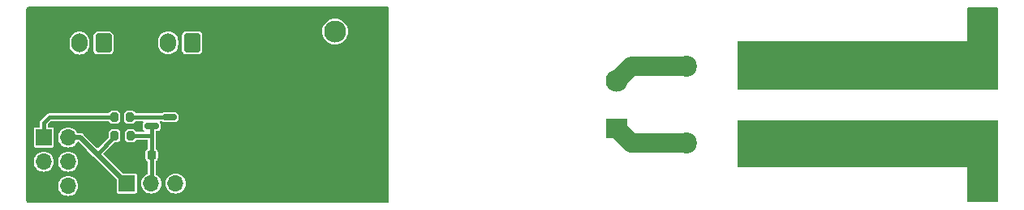
<source format=gbr>
%TF.GenerationSoftware,KiCad,Pcbnew,7.0.5-4d25ed1034~172~ubuntu22.04.1*%
%TF.CreationDate,2023-06-13T21:54:26+03:00*%
%TF.ProjectId,SolderPlate_Power,536f6c64-6572-4506-9c61-74655f506f77,1.0*%
%TF.SameCoordinates,Original*%
%TF.FileFunction,Copper,L2,Bot*%
%TF.FilePolarity,Positive*%
%FSLAX46Y46*%
G04 Gerber Fmt 4.6, Leading zero omitted, Abs format (unit mm)*
G04 Created by KiCad (PCBNEW 7.0.5-4d25ed1034~172~ubuntu22.04.1) date 2023-06-13 21:54:26*
%MOMM*%
%LPD*%
G01*
G04 APERTURE LIST*
G04 Aperture macros list*
%AMRoundRect*
0 Rectangle with rounded corners*
0 $1 Rounding radius*
0 $2 $3 $4 $5 $6 $7 $8 $9 X,Y pos of 4 corners*
0 Add a 4 corners polygon primitive as box body*
4,1,4,$2,$3,$4,$5,$6,$7,$8,$9,$2,$3,0*
0 Add four circle primitives for the rounded corners*
1,1,$1+$1,$2,$3*
1,1,$1+$1,$4,$5*
1,1,$1+$1,$6,$7*
1,1,$1+$1,$8,$9*
0 Add four rect primitives between the rounded corners*
20,1,$1+$1,$2,$3,$4,$5,0*
20,1,$1+$1,$4,$5,$6,$7,0*
20,1,$1+$1,$6,$7,$8,$9,0*
20,1,$1+$1,$8,$9,$2,$3,0*%
G04 Aperture macros list end*
%TA.AperFunction,ComponentPad*%
%ADD10C,2.600000*%
%TD*%
%TA.AperFunction,ComponentPad*%
%ADD11C,1.800000*%
%TD*%
%TA.AperFunction,ComponentPad*%
%ADD12RoundRect,0.250000X0.600000X0.750000X-0.600000X0.750000X-0.600000X-0.750000X0.600000X-0.750000X0*%
%TD*%
%TA.AperFunction,ComponentPad*%
%ADD13O,1.700000X2.000000*%
%TD*%
%TA.AperFunction,ComponentPad*%
%ADD14C,2.200000*%
%TD*%
%TA.AperFunction,ComponentPad*%
%ADD15R,1.700000X1.700000*%
%TD*%
%TA.AperFunction,ComponentPad*%
%ADD16O,1.700000X1.700000*%
%TD*%
%TA.AperFunction,ComponentPad*%
%ADD17R,2.300000X2.000000*%
%TD*%
%TA.AperFunction,ComponentPad*%
%ADD18C,2.300000*%
%TD*%
%TA.AperFunction,ComponentPad*%
%ADD19C,2.000000*%
%TD*%
%TA.AperFunction,SMDPad,CuDef*%
%ADD20RoundRect,0.225000X0.225000X0.250000X-0.225000X0.250000X-0.225000X-0.250000X0.225000X-0.250000X0*%
%TD*%
%TA.AperFunction,SMDPad,CuDef*%
%ADD21RoundRect,0.200000X0.200000X0.275000X-0.200000X0.275000X-0.200000X-0.275000X0.200000X-0.275000X0*%
%TD*%
%TA.AperFunction,SMDPad,CuDef*%
%ADD22RoundRect,0.150000X0.587500X0.150000X-0.587500X0.150000X-0.587500X-0.150000X0.587500X-0.150000X0*%
%TD*%
%TA.AperFunction,SMDPad,CuDef*%
%ADD23RoundRect,0.200000X-0.200000X-0.275000X0.200000X-0.275000X0.200000X0.275000X-0.200000X0.275000X0*%
%TD*%
%TA.AperFunction,ViaPad*%
%ADD24C,0.450000*%
%TD*%
%TA.AperFunction,Conductor*%
%ADD25C,0.500000*%
%TD*%
%TA.AperFunction,Conductor*%
%ADD26C,0.400000*%
%TD*%
%TA.AperFunction,Conductor*%
%ADD27C,2.000000*%
%TD*%
G04 APERTURE END LIST*
D10*
%TO.P,J3,1,Pin_1*%
%TO.N,Net-(J3-Pin_1)*%
X100000000Y2060000D03*
X100000000Y7140000D03*
%TD*%
D11*
%TO.P,RV1,1*%
%TO.N,Net-(J1-Pin_1)*%
X93800000Y14275000D03*
%TO.P,RV1,2*%
%TO.N,Net-(J3-Pin_1)*%
X90400000Y6775000D03*
%TD*%
D12*
%TO.P,J4,1,Pin_1*%
%TO.N,Net-(J4-Pin_1)*%
X8250000Y16975000D03*
D13*
%TO.P,J4,2,Pin_2*%
%TO.N,+5V*%
X5750000Y16975000D03*
%TD*%
D14*
%TO.P,FL2,1,1*%
%TO.N,Net-(J3-Pin_1)*%
X76100000Y6525000D03*
%TO.P,FL2,2,2*%
%TO.N,Net-(PS1-AC{slash}L)*%
X69100000Y6525000D03*
%TO.P,FL2,3,3*%
%TO.N,Net-(J1-Pin_1)*%
X76100000Y14525000D03*
%TO.P,FL2,4,4*%
%TO.N,Net-(PS1-AC{slash}N)*%
X69100000Y14525000D03*
%TD*%
D12*
%TO.P,J2,1,Pin_1*%
%TO.N,Net-(J2-Pin_1)*%
X17500000Y17000000D03*
D13*
%TO.P,J2,2,Pin_2*%
%TO.N,+5V*%
X15000000Y17000000D03*
%TD*%
D15*
%TO.P,J7,1,Pin_1*%
%TO.N,/Contrast*%
X2025000Y7080000D03*
D16*
%TO.P,J7,2,Pin_2*%
%TO.N,+5V*%
X4565000Y7080000D03*
%TO.P,J7,3,Pin_3*%
%TO.N,unconnected-(J7-Pin_3-Pad3)*%
X2025000Y4540000D03*
%TO.P,J7,4,Pin_4*%
%TO.N,/SSR*%
X4565000Y4540000D03*
%TO.P,J7,5,Pin_5*%
%TO.N,GND*%
X2025000Y2000000D03*
%TO.P,J7,6,Pin_6*%
%TO.N,/Fan_On*%
X4565000Y2000000D03*
%TD*%
D10*
%TO.P,J1,1,Pin_1*%
%TO.N,Net-(J1-Pin_1)*%
X100000000Y18940000D03*
X100000000Y13860000D03*
%TD*%
D17*
%TO.P,PS1,1,AC/L*%
%TO.N,Net-(PS1-AC{slash}L)*%
X61812500Y8000000D03*
D18*
%TO.P,PS1,2,AC/N*%
%TO.N,Net-(PS1-AC{slash}N)*%
X61812500Y13000000D03*
%TO.P,PS1,3,-Vout*%
%TO.N,GND*%
X32412500Y2800000D03*
%TO.P,PS1,4,+Vout*%
%TO.N,+5V*%
X32412500Y18200000D03*
%TD*%
D19*
%TO.P,C1,1*%
%TO.N,Net-(J3-Pin_1)*%
X83600000Y5525000D03*
%TO.P,C1,2*%
%TO.N,Net-(J1-Pin_1)*%
X83600000Y15525000D03*
%TD*%
D15*
%TO.P,J5,1,Pin_1*%
%TO.N,+5V*%
X10695000Y2250000D03*
D16*
%TO.P,J5,2,Pin_2*%
%TO.N,/LCD_V0*%
X13235000Y2250000D03*
%TO.P,J5,3,Pin_3*%
%TO.N,/LCD_BL*%
X15775000Y2250000D03*
%TO.P,J5,4,Pin_4*%
%TO.N,GND*%
X18315000Y2250000D03*
%TD*%
D20*
%TO.P,C3,1*%
%TO.N,/LCD_V0*%
X13275000Y5250000D03*
%TO.P,C3,2*%
%TO.N,GND*%
X11725000Y5250000D03*
%TD*%
D21*
%TO.P,R7,1*%
%TO.N,/LCD_V0*%
X11075000Y7250000D03*
%TO.P,R7,2*%
%TO.N,+5V*%
X9425000Y7250000D03*
%TD*%
D22*
%TO.P,Q3,1,G*%
%TO.N,Net-(Q3-G)*%
X15150000Y9200000D03*
%TO.P,Q3,2,S*%
%TO.N,GND*%
X15150000Y7300000D03*
%TO.P,Q3,3,D*%
%TO.N,/LCD_V0*%
X13275000Y8250000D03*
%TD*%
D23*
%TO.P,R6,1*%
%TO.N,/Contrast*%
X9375000Y9200000D03*
%TO.P,R6,2*%
%TO.N,Net-(Q3-G)*%
X11025000Y9200000D03*
%TD*%
D24*
%TO.N,GND*%
X33500000Y8500000D03*
X31000000Y1000000D03*
X35500000Y19500000D03*
X23000000Y18000000D03*
X22500000Y4500000D03*
X35500000Y15500000D03*
X31000000Y11000000D03*
X1500000Y12000000D03*
X31000000Y20000000D03*
X35500000Y1000000D03*
X11000000Y13000000D03*
X21500000Y16000000D03*
X27000000Y6500000D03*
X35500000Y6000000D03*
X12000000Y10500000D03*
X20500000Y6000000D03*
X31000000Y15500000D03*
X28500000Y4500000D03*
X28000000Y15500000D03*
X18500000Y4500000D03*
X23000000Y1500000D03*
X8000000Y3000000D03*
X10500000Y6000000D03*
X7000000Y1000000D03*
X20000000Y13500000D03*
X27500000Y20000000D03*
X35500000Y11000000D03*
X1500000Y16000000D03*
X22500000Y6500000D03*
X19500000Y9500000D03*
X33500000Y13500000D03*
X31000000Y6000000D03*
X11500000Y18500000D03*
X4000000Y13000000D03*
X13500000Y12000000D03*
X33500000Y5000000D03*
%TD*%
D25*
%TO.N,+5V*%
X7597500Y5347500D02*
X10695000Y2250000D01*
X5865000Y7080000D02*
X4565000Y7080000D01*
D26*
X9425000Y7175000D02*
X7597500Y5347500D01*
X9425000Y7250000D02*
X9425000Y7175000D01*
D25*
X5865000Y7080000D02*
X7597500Y5347500D01*
D27*
%TO.N,Net-(PS1-AC{slash}L)*%
X69100000Y6525000D02*
X63287500Y6525000D01*
X63287500Y6525000D02*
X61812500Y8000000D01*
%TO.N,Net-(PS1-AC{slash}N)*%
X63337500Y14525000D02*
X61812500Y13000000D01*
X69100000Y14525000D02*
X63337500Y14525000D01*
D26*
%TO.N,/LCD_V0*%
X13275000Y5250000D02*
X13275000Y2290000D01*
X13275000Y7250000D02*
X13275000Y5250000D01*
X11075000Y7250000D02*
X13275000Y7250000D01*
X13275000Y8250000D02*
X13275000Y7250000D01*
X13275000Y2290000D02*
X13235000Y2250000D01*
%TO.N,Net-(Q3-G)*%
X11025000Y9200000D02*
X15150000Y9200000D01*
%TO.N,/Contrast*%
X9375000Y9200000D02*
X2600000Y9200000D01*
X2600000Y9200000D02*
X2025000Y8625000D01*
X2025000Y8625000D02*
X2025000Y7080000D01*
%TD*%
%TA.AperFunction,Conductor*%
%TO.N,GND*%
G36*
X37955069Y20778683D02*
G01*
X37994665Y20724183D01*
X38000000Y20690500D01*
X38000000Y309500D01*
X37979183Y245431D01*
X37924683Y205835D01*
X37891000Y200500D01*
X508579Y200500D01*
X491527Y201842D01*
X424498Y212459D01*
X392067Y222997D01*
X339340Y249862D01*
X311751Y269906D01*
X269905Y311752D01*
X249862Y339340D01*
X222994Y392071D01*
X212458Y424500D01*
X211427Y431007D01*
X201842Y491529D01*
X200500Y508580D01*
X200500Y2000000D01*
X3509417Y2000000D01*
X3529700Y1794066D01*
X3589768Y1596046D01*
X3687315Y1413550D01*
X3818590Y1253590D01*
X3978550Y1122315D01*
X4161046Y1024768D01*
X4359066Y964700D01*
X4548054Y946087D01*
X4564999Y944417D01*
X4565000Y944417D01*
X4565001Y944417D01*
X4580657Y945960D01*
X4770934Y964700D01*
X4968954Y1024768D01*
X5151450Y1122315D01*
X5311410Y1253590D01*
X5442685Y1413550D01*
X5540232Y1596046D01*
X5600300Y1794066D01*
X5620583Y2000000D01*
X5600300Y2205934D01*
X5540232Y2403954D01*
X5442685Y2586450D01*
X5311410Y2746410D01*
X5151450Y2877685D01*
X4968954Y2975232D01*
X4770934Y3035300D01*
X4633644Y3048822D01*
X4565001Y3055583D01*
X4564999Y3055583D01*
X4462033Y3045442D01*
X4359066Y3035300D01*
X4161046Y2975232D01*
X4161043Y2975231D01*
X4161041Y2975230D01*
X3978555Y2877688D01*
X3978552Y2877687D01*
X3978550Y2877685D01*
X3978547Y2877684D01*
X3978549Y2877684D01*
X3818594Y2746414D01*
X3818586Y2746406D01*
X3687316Y2586451D01*
X3687312Y2586445D01*
X3589770Y2403959D01*
X3589769Y2403957D01*
X3589768Y2403954D01*
X3529700Y2205934D01*
X3509417Y2000000D01*
X200500Y2000000D01*
X200500Y4540000D01*
X969417Y4540000D01*
X989700Y4334066D01*
X1049768Y4136046D01*
X1147315Y3953550D01*
X1278590Y3793590D01*
X1438550Y3662315D01*
X1621046Y3564768D01*
X1819066Y3504700D01*
X2008054Y3486087D01*
X2024999Y3484417D01*
X2025000Y3484417D01*
X2025001Y3484417D01*
X2040657Y3485960D01*
X2230934Y3504700D01*
X2428954Y3564768D01*
X2611450Y3662315D01*
X2771410Y3793590D01*
X2902685Y3953550D01*
X3000232Y4136046D01*
X3060300Y4334066D01*
X3080583Y4540000D01*
X3509417Y4540000D01*
X3529700Y4334066D01*
X3589768Y4136046D01*
X3687315Y3953550D01*
X3818590Y3793590D01*
X3978550Y3662315D01*
X4161046Y3564768D01*
X4359066Y3504700D01*
X4548054Y3486087D01*
X4564999Y3484417D01*
X4565000Y3484417D01*
X4565001Y3484417D01*
X4580657Y3485960D01*
X4770934Y3504700D01*
X4968954Y3564768D01*
X5151450Y3662315D01*
X5311410Y3793590D01*
X5442685Y3953550D01*
X5540232Y4136046D01*
X5600300Y4334066D01*
X5620583Y4540000D01*
X5600300Y4745934D01*
X5540232Y4943954D01*
X5442685Y5126450D01*
X5311410Y5286410D01*
X5151450Y5417685D01*
X4968954Y5515232D01*
X4770934Y5575300D01*
X4633644Y5588822D01*
X4565001Y5595583D01*
X4564999Y5595583D01*
X4462033Y5585442D01*
X4359066Y5575300D01*
X4161046Y5515232D01*
X4161043Y5515231D01*
X4161041Y5515230D01*
X3978555Y5417688D01*
X3978552Y5417687D01*
X3978550Y5417685D01*
X3978547Y5417684D01*
X3978549Y5417684D01*
X3818594Y5286414D01*
X3818586Y5286406D01*
X3687316Y5126451D01*
X3687312Y5126445D01*
X3589770Y4943959D01*
X3589769Y4943957D01*
X3589768Y4943954D01*
X3529700Y4745934D01*
X3509417Y4540000D01*
X3080583Y4540000D01*
X3060300Y4745934D01*
X3000232Y4943954D01*
X2902685Y5126450D01*
X2771410Y5286410D01*
X2611450Y5417685D01*
X2428954Y5515232D01*
X2230934Y5575300D01*
X2093644Y5588822D01*
X2025001Y5595583D01*
X2024999Y5595583D01*
X1922032Y5585442D01*
X1819066Y5575300D01*
X1621046Y5515232D01*
X1621043Y5515231D01*
X1621041Y5515230D01*
X1438555Y5417688D01*
X1438552Y5417687D01*
X1438550Y5417685D01*
X1438547Y5417684D01*
X1438549Y5417684D01*
X1278594Y5286414D01*
X1278586Y5286406D01*
X1147316Y5126451D01*
X1147312Y5126445D01*
X1049770Y4943959D01*
X1049769Y4943957D01*
X1049768Y4943954D01*
X989700Y4745934D01*
X969417Y4540000D01*
X200500Y4540000D01*
X200500Y6210256D01*
X974499Y6210256D01*
X986133Y6151768D01*
X1030445Y6085451D01*
X1030450Y6085446D01*
X1096767Y6041134D01*
X1096769Y6041133D01*
X1155252Y6029500D01*
X1155255Y6029500D01*
X2894744Y6029500D01*
X2894748Y6029500D01*
X2953231Y6041133D01*
X3019552Y6085448D01*
X3063867Y6151769D01*
X3075500Y6210252D01*
X3075500Y7080000D01*
X3509417Y7080000D01*
X3529700Y6874066D01*
X3589768Y6676046D01*
X3687315Y6493550D01*
X3818590Y6333590D01*
X3978550Y6202315D01*
X4161046Y6104768D01*
X4359066Y6044700D01*
X4545638Y6026324D01*
X4564999Y6024417D01*
X4565000Y6024417D01*
X4565001Y6024417D01*
X4584362Y6026324D01*
X4770934Y6044700D01*
X4968954Y6104768D01*
X5151450Y6202315D01*
X5311410Y6333590D01*
X5442685Y6493550D01*
X5468890Y6542576D01*
X5484555Y6571882D01*
X5533116Y6618573D01*
X5580684Y6629500D01*
X5633246Y6629500D01*
X5697315Y6608683D01*
X5710321Y6597575D01*
X6554673Y5753224D01*
X7230932Y5076965D01*
X7230934Y5076962D01*
X8429681Y3878215D01*
X9612574Y2695322D01*
X9643157Y2635298D01*
X9644499Y2618247D01*
X9644499Y1380256D01*
X9656133Y1321768D01*
X9700445Y1255451D01*
X9700450Y1255446D01*
X9766767Y1211134D01*
X9766769Y1211133D01*
X9825252Y1199500D01*
X9825255Y1199500D01*
X11564744Y1199500D01*
X11564748Y1199500D01*
X11623231Y1211133D01*
X11689552Y1255448D01*
X11733867Y1321769D01*
X11745500Y1380252D01*
X11745500Y3119748D01*
X11733867Y3178231D01*
X11707520Y3217662D01*
X11689554Y3244550D01*
X11689549Y3244555D01*
X11623232Y3288867D01*
X11608610Y3291776D01*
X11564748Y3300500D01*
X11564745Y3300500D01*
X10326753Y3300500D01*
X10262684Y3321317D01*
X10249678Y3332425D01*
X8276322Y5305781D01*
X8245739Y5365805D01*
X8256277Y5432341D01*
X8276322Y5459931D01*
X9358967Y6542576D01*
X9418991Y6573159D01*
X9436042Y6574501D01*
X9656516Y6574501D01*
X9656518Y6574501D01*
X9750304Y6589354D01*
X9863342Y6646950D01*
X9953050Y6736658D01*
X10010646Y6849696D01*
X10025500Y6943481D01*
X10025499Y7556518D01*
X10010646Y7650304D01*
X9953050Y7763342D01*
X9863342Y7853050D01*
X9750303Y7910647D01*
X9656519Y7925500D01*
X9193484Y7925500D01*
X9193479Y7925499D01*
X9099697Y7910647D01*
X8986657Y7853050D01*
X8896950Y7763343D01*
X8839353Y7650304D01*
X8824500Y7556521D01*
X8824500Y7186044D01*
X8803683Y7121975D01*
X8792575Y7108969D01*
X7709930Y6026324D01*
X7649906Y5995741D01*
X7583370Y6006279D01*
X7555780Y6026324D01*
X6203605Y7378499D01*
X6199529Y7383060D01*
X6174882Y7413967D01*
X6174880Y7413968D01*
X6174879Y7413970D01*
X6150494Y7430596D01*
X6126561Y7446914D01*
X6124899Y7448093D01*
X6077885Y7482791D01*
X6077883Y7482792D01*
X6077882Y7482793D01*
X6077879Y7482794D01*
X6070658Y7486611D01*
X6070937Y7487140D01*
X6070291Y7487466D01*
X6070033Y7486928D01*
X6062672Y7490473D01*
X6006774Y7507715D01*
X6004852Y7508348D01*
X5949699Y7527646D01*
X5949695Y7527647D01*
X5941675Y7529164D01*
X5941785Y7529749D01*
X5941062Y7529872D01*
X5940974Y7529283D01*
X5932904Y7530500D01*
X5932902Y7530500D01*
X5932899Y7530500D01*
X5874452Y7530500D01*
X5872414Y7530538D01*
X5813990Y7532724D01*
X5805872Y7531809D01*
X5805804Y7532404D01*
X5791340Y7530500D01*
X5580684Y7530500D01*
X5516615Y7551317D01*
X5484555Y7588118D01*
X5442690Y7666442D01*
X5442687Y7666445D01*
X5442685Y7666450D01*
X5311410Y7826410D01*
X5151450Y7957685D01*
X4968954Y8055232D01*
X4770934Y8115300D01*
X4616608Y8130500D01*
X4565001Y8135583D01*
X4564999Y8135583D01*
X4513392Y8130500D01*
X4359066Y8115300D01*
X4161046Y8055232D01*
X4161043Y8055231D01*
X4161041Y8055230D01*
X3978555Y7957688D01*
X3978552Y7957687D01*
X3978550Y7957685D01*
X3978547Y7957684D01*
X3978549Y7957684D01*
X3818594Y7826414D01*
X3818586Y7826406D01*
X3687316Y7666451D01*
X3687312Y7666445D01*
X3589770Y7483959D01*
X3589769Y7483957D01*
X3589768Y7483954D01*
X3568539Y7413970D01*
X3529700Y7285933D01*
X3515415Y7140893D01*
X3509417Y7080000D01*
X3075500Y7080000D01*
X3075500Y7949748D01*
X3063867Y8008231D01*
X3032463Y8055230D01*
X3019554Y8074550D01*
X3019549Y8074555D01*
X2953232Y8118867D01*
X2938610Y8121776D01*
X2894748Y8130500D01*
X2894745Y8130500D01*
X2534500Y8130500D01*
X2470431Y8151317D01*
X2430835Y8205817D01*
X2425500Y8239500D01*
X2425500Y8413958D01*
X2446317Y8478027D01*
X2457426Y8491033D01*
X2733969Y8767575D01*
X2793992Y8798158D01*
X2811043Y8799500D01*
X8722659Y8799500D01*
X8786728Y8778683D01*
X8819777Y8739987D01*
X8846950Y8686658D01*
X8936658Y8596950D01*
X9049696Y8539354D01*
X9143481Y8524500D01*
X9606518Y8524501D01*
X9700304Y8539354D01*
X9813342Y8596950D01*
X9903050Y8686658D01*
X9960646Y8799696D01*
X9975500Y8893481D01*
X9975500Y8893485D01*
X10424500Y8893485D01*
X10424501Y8893480D01*
X10439353Y8799698D01*
X10439353Y8799697D01*
X10439354Y8799696D01*
X10496950Y8686658D01*
X10586658Y8596950D01*
X10699696Y8539354D01*
X10793481Y8524500D01*
X11256518Y8524501D01*
X11350304Y8539354D01*
X11463342Y8596950D01*
X11553050Y8686658D01*
X11580222Y8739987D01*
X11627856Y8787620D01*
X11677341Y8799500D01*
X12328170Y8799500D01*
X12392239Y8778683D01*
X12431835Y8724183D01*
X12431835Y8656817D01*
X12405246Y8613428D01*
X12398302Y8606483D01*
X12398301Y8606482D01*
X12346926Y8501393D01*
X12346926Y8501391D01*
X12337000Y8433263D01*
X12337000Y8066738D01*
X12346926Y7998610D01*
X12346926Y7998608D01*
X12382667Y7925499D01*
X12398302Y7893517D01*
X12455246Y7836573D01*
X12485828Y7776551D01*
X12475290Y7710015D01*
X12427655Y7662380D01*
X12378170Y7650500D01*
X11727341Y7650500D01*
X11663272Y7671317D01*
X11630222Y7710014D01*
X11603050Y7763342D01*
X11513342Y7853050D01*
X11400303Y7910647D01*
X11306519Y7925500D01*
X10843484Y7925500D01*
X10843479Y7925499D01*
X10749697Y7910647D01*
X10636657Y7853050D01*
X10546950Y7763343D01*
X10489353Y7650304D01*
X10474500Y7556520D01*
X10474500Y6943485D01*
X10474501Y6943480D01*
X10489353Y6849698D01*
X10489353Y6849697D01*
X10489354Y6849696D01*
X10546950Y6736658D01*
X10636658Y6646950D01*
X10749696Y6589354D01*
X10843481Y6574500D01*
X11306518Y6574501D01*
X11400304Y6589354D01*
X11513342Y6646950D01*
X11603050Y6736658D01*
X11630222Y6789987D01*
X11677856Y6837620D01*
X11727341Y6849500D01*
X12765500Y6849500D01*
X12829569Y6828683D01*
X12869165Y6774183D01*
X12874500Y6740500D01*
X12874500Y5954924D01*
X12853683Y5890855D01*
X12814986Y5857805D01*
X12796781Y5848530D01*
X12796779Y5848529D01*
X12701474Y5753224D01*
X12640280Y5633125D01*
X12640280Y5633124D01*
X12624500Y5533490D01*
X12624500Y4966511D01*
X12640280Y4866877D01*
X12640280Y4866876D01*
X12701473Y4746779D01*
X12796780Y4651472D01*
X12814983Y4642197D01*
X12862618Y4594563D01*
X12874499Y4545077D01*
X12874499Y3313791D01*
X12853682Y3249722D01*
X12816882Y3217662D01*
X12648555Y3127688D01*
X12648552Y3127687D01*
X12648550Y3127685D01*
X12648547Y3127684D01*
X12648549Y3127684D01*
X12488594Y2996414D01*
X12488586Y2996406D01*
X12357316Y2836451D01*
X12357312Y2836445D01*
X12259770Y2653959D01*
X12259769Y2653957D01*
X12259768Y2653954D01*
X12199700Y2455934D01*
X12179417Y2250000D01*
X12199700Y2044066D01*
X12259768Y1846046D01*
X12357315Y1663550D01*
X12488590Y1503590D01*
X12648550Y1372315D01*
X12831046Y1274768D01*
X13029066Y1214700D01*
X13218054Y1196087D01*
X13234999Y1194417D01*
X13235000Y1194417D01*
X13235001Y1194417D01*
X13250657Y1195960D01*
X13440934Y1214700D01*
X13638954Y1274768D01*
X13821450Y1372315D01*
X13981410Y1503590D01*
X14112685Y1663550D01*
X14210232Y1846046D01*
X14270300Y2044066D01*
X14290583Y2250000D01*
X14719417Y2250000D01*
X14739700Y2044066D01*
X14799768Y1846046D01*
X14897315Y1663550D01*
X15028590Y1503590D01*
X15188550Y1372315D01*
X15371046Y1274768D01*
X15569066Y1214700D01*
X15758054Y1196087D01*
X15774999Y1194417D01*
X15775000Y1194417D01*
X15775001Y1194417D01*
X15790657Y1195960D01*
X15980934Y1214700D01*
X16178954Y1274768D01*
X16361450Y1372315D01*
X16521410Y1503590D01*
X16652685Y1663550D01*
X16750232Y1846046D01*
X16810300Y2044066D01*
X16830583Y2250000D01*
X16810300Y2455934D01*
X16750232Y2653954D01*
X16652685Y2836450D01*
X16521410Y2996410D01*
X16361450Y3127685D01*
X16215499Y3205698D01*
X16178958Y3225230D01*
X16178957Y3225231D01*
X16178954Y3225232D01*
X15980934Y3285300D01*
X15826608Y3300500D01*
X15775001Y3305583D01*
X15774999Y3305583D01*
X15723392Y3300500D01*
X15569066Y3285300D01*
X15371046Y3225232D01*
X15371043Y3225231D01*
X15371041Y3225230D01*
X15188555Y3127688D01*
X15188552Y3127687D01*
X15188550Y3127685D01*
X15188547Y3127684D01*
X15188549Y3127684D01*
X15028594Y2996414D01*
X15028586Y2996406D01*
X14897316Y2836451D01*
X14897312Y2836445D01*
X14799770Y2653959D01*
X14799769Y2653957D01*
X14799768Y2653954D01*
X14739700Y2455934D01*
X14719417Y2250000D01*
X14290583Y2250000D01*
X14270300Y2455934D01*
X14210232Y2653954D01*
X14112685Y2836450D01*
X13981410Y2996410D01*
X13821450Y3127685D01*
X13821446Y3127688D01*
X13821445Y3127688D01*
X13733116Y3174901D01*
X13686426Y3223462D01*
X13675499Y3271026D01*
X13675499Y4545077D01*
X13696316Y4609145D01*
X13735016Y4642197D01*
X13753220Y4651472D01*
X13848528Y4746780D01*
X13909719Y4866874D01*
X13925500Y4966512D01*
X13925500Y5533488D01*
X13909719Y5633126D01*
X13848528Y5753220D01*
X13848526Y5753222D01*
X13848525Y5753224D01*
X13753219Y5848529D01*
X13735015Y5857804D01*
X13687380Y5905438D01*
X13675500Y5954920D01*
X13675500Y7209905D01*
X13676842Y7226956D01*
X13680492Y7250001D01*
X13676842Y7273046D01*
X13675500Y7290097D01*
X13675500Y7640500D01*
X13696317Y7704569D01*
X13750817Y7744165D01*
X13784500Y7749500D01*
X13895762Y7749500D01*
X13895762Y7749501D01*
X13963893Y7759427D01*
X14068983Y7810802D01*
X14151698Y7893517D01*
X14203073Y7998607D01*
X14213000Y8066740D01*
X14213000Y8433260D01*
X14203073Y8501393D01*
X14151698Y8606483D01*
X14144753Y8613428D01*
X14114172Y8673449D01*
X14124710Y8739985D01*
X14172345Y8787620D01*
X14221830Y8799500D01*
X14272170Y8799500D01*
X14336239Y8778683D01*
X14349238Y8767581D01*
X14356017Y8760802D01*
X14461107Y8709427D01*
X14529237Y8699501D01*
X14529238Y8699500D01*
X14529240Y8699500D01*
X15770762Y8699500D01*
X15770762Y8699501D01*
X15838893Y8709427D01*
X15943983Y8760802D01*
X16026698Y8843517D01*
X16078073Y8948607D01*
X16088000Y9016740D01*
X16088000Y9383260D01*
X16078073Y9451393D01*
X16026698Y9556483D01*
X15943983Y9639198D01*
X15943981Y9639199D01*
X15943982Y9639199D01*
X15838891Y9690574D01*
X15770762Y9700500D01*
X15770760Y9700500D01*
X14529240Y9700500D01*
X14529238Y9700500D01*
X14461109Y9690574D01*
X14461107Y9690574D01*
X14356018Y9639199D01*
X14356017Y9639199D01*
X14356017Y9639198D01*
X14349242Y9632424D01*
X14289221Y9601842D01*
X14272170Y9600500D01*
X11677341Y9600500D01*
X11613272Y9621317D01*
X11580222Y9660014D01*
X11553050Y9713342D01*
X11463342Y9803050D01*
X11350303Y9860647D01*
X11256519Y9875500D01*
X10793484Y9875500D01*
X10793479Y9875499D01*
X10699697Y9860647D01*
X10586657Y9803050D01*
X10496950Y9713343D01*
X10439353Y9600304D01*
X10424500Y9506520D01*
X10424500Y8893485D01*
X9975500Y8893485D01*
X9975499Y9506518D01*
X9960646Y9600304D01*
X9903050Y9713342D01*
X9813342Y9803050D01*
X9700303Y9860647D01*
X9606519Y9875500D01*
X9143484Y9875500D01*
X9143479Y9875499D01*
X9049697Y9860647D01*
X8936657Y9803050D01*
X8846950Y9713343D01*
X8835349Y9690574D01*
X8819777Y9660014D01*
X8772144Y9612380D01*
X8722659Y9600500D01*
X2663433Y9600500D01*
X2536567Y9600500D01*
X2527275Y9597482D01*
X2514371Y9593289D01*
X2497749Y9589299D01*
X2474696Y9585647D01*
X2474695Y9585647D01*
X2453896Y9575050D01*
X2438103Y9568508D01*
X2415913Y9561298D01*
X2397028Y9547578D01*
X2382454Y9538648D01*
X2361663Y9528054D01*
X2361655Y9528048D01*
X2339093Y9505486D01*
X2339090Y9505485D01*
X2339091Y9505484D01*
X1696952Y8863345D01*
X1696949Y8863341D01*
X1686354Y8842549D01*
X1677425Y8827979D01*
X1663705Y8809093D01*
X1663703Y8809089D01*
X1656491Y8786893D01*
X1649948Y8771096D01*
X1639352Y8750300D01*
X1635701Y8727251D01*
X1631710Y8710627D01*
X1624500Y8688437D01*
X1624500Y8239500D01*
X1603683Y8175431D01*
X1549183Y8135835D01*
X1515500Y8130500D01*
X1155252Y8130500D01*
X1120162Y8123521D01*
X1096767Y8118867D01*
X1030450Y8074555D01*
X1030445Y8074550D01*
X986133Y8008233D01*
X981479Y7984838D01*
X974500Y7949748D01*
X974500Y7949745D01*
X974500Y6210256D01*
X974499Y6210256D01*
X200500Y6210256D01*
X200500Y16773392D01*
X4699500Y16773392D01*
X4714700Y16619066D01*
X4774768Y16421046D01*
X4872315Y16238550D01*
X5003590Y16078590D01*
X5163550Y15947315D01*
X5346046Y15849768D01*
X5544066Y15789700D01*
X5733054Y15771087D01*
X5749999Y15769417D01*
X5750000Y15769417D01*
X5750001Y15769417D01*
X5765657Y15770960D01*
X5955934Y15789700D01*
X6153954Y15849768D01*
X6336450Y15947315D01*
X6496410Y16078590D01*
X6572029Y16170733D01*
X7199500Y16170733D01*
X7202353Y16140304D01*
X7202354Y16140300D01*
X7247207Y16012118D01*
X7247210Y16012113D01*
X7327846Y15902854D01*
X7327853Y15902847D01*
X7437112Y15822211D01*
X7437115Y15822210D01*
X7437118Y15822207D01*
X7565301Y15777354D01*
X7585589Y15775452D01*
X7595733Y15774500D01*
X7595734Y15774500D01*
X8904267Y15774500D01*
X8911874Y15775214D01*
X8934699Y15777354D01*
X9062882Y15822207D01*
X9172150Y15902850D01*
X9252793Y16012118D01*
X9297646Y16140301D01*
X9299990Y16165300D01*
X9300500Y16170733D01*
X9300500Y16798392D01*
X13949500Y16798392D01*
X13964700Y16644066D01*
X14024768Y16446046D01*
X14122315Y16263550D01*
X14253590Y16103590D01*
X14413550Y15972315D01*
X14596046Y15874768D01*
X14794066Y15814700D01*
X14983054Y15796087D01*
X14999999Y15794417D01*
X15000000Y15794417D01*
X15000001Y15794417D01*
X15015657Y15795960D01*
X15205934Y15814700D01*
X15403954Y15874768D01*
X15586450Y15972315D01*
X15746410Y16103590D01*
X15822029Y16195733D01*
X16449499Y16195733D01*
X16452353Y16165304D01*
X16452354Y16165300D01*
X16497207Y16037118D01*
X16497210Y16037113D01*
X16577846Y15927854D01*
X16577853Y15927847D01*
X16687112Y15847211D01*
X16687115Y15847210D01*
X16687118Y15847207D01*
X16815301Y15802354D01*
X16835589Y15800452D01*
X16845733Y15799500D01*
X16845734Y15799500D01*
X18154267Y15799500D01*
X18161874Y15800214D01*
X18184699Y15802354D01*
X18312882Y15847207D01*
X18422150Y15927850D01*
X18502793Y16037118D01*
X18547646Y16165301D01*
X18550500Y16195734D01*
X18550500Y17804266D01*
X18549990Y17809699D01*
X18547646Y17834697D01*
X18547645Y17834701D01*
X18502793Y17962882D01*
X18502789Y17962888D01*
X18422153Y18072147D01*
X18422146Y18072154D01*
X18312887Y18152790D01*
X18312882Y18152793D01*
X18184700Y18197646D01*
X18184696Y18197647D01*
X18159621Y18199998D01*
X31056841Y18199998D01*
X31077437Y17964590D01*
X31138596Y17736339D01*
X31138600Y17736330D01*
X31238463Y17522173D01*
X31238464Y17522171D01*
X31238465Y17522170D01*
X31374005Y17328599D01*
X31541099Y17161505D01*
X31734670Y17025965D01*
X31948837Y16926097D01*
X32177092Y16864937D01*
X32367356Y16848291D01*
X32412498Y16844341D01*
X32412500Y16844341D01*
X32412502Y16844341D01*
X32453693Y16847946D01*
X32647908Y16864937D01*
X32876163Y16926097D01*
X33090330Y17025965D01*
X33283901Y17161505D01*
X33450995Y17328599D01*
X33586535Y17522170D01*
X33686403Y17736337D01*
X33747563Y17964592D01*
X33765766Y18172647D01*
X33768159Y18199998D01*
X33768159Y18200003D01*
X33762752Y18261791D01*
X33747563Y18435408D01*
X33686403Y18663663D01*
X33586535Y18877829D01*
X33450995Y19071401D01*
X33283901Y19238495D01*
X33090330Y19374035D01*
X33090329Y19374036D01*
X33090327Y19374037D01*
X32876170Y19473900D01*
X32876161Y19473904D01*
X32647910Y19535063D01*
X32412502Y19555659D01*
X32412498Y19555659D01*
X32177089Y19535063D01*
X31948838Y19473904D01*
X31948829Y19473900D01*
X31734676Y19374038D01*
X31734675Y19374037D01*
X31734671Y19374035D01*
X31541099Y19238495D01*
X31374005Y19071401D01*
X31238465Y18877829D01*
X31238464Y18877827D01*
X31238462Y18877824D01*
X31138600Y18663671D01*
X31138596Y18663662D01*
X31077437Y18435411D01*
X31056841Y18200003D01*
X31056841Y18199998D01*
X18159621Y18199998D01*
X18154267Y18200500D01*
X18154266Y18200500D01*
X16845734Y18200500D01*
X16845733Y18200500D01*
X16815303Y18197647D01*
X16815299Y18197646D01*
X16687117Y18152793D01*
X16687112Y18152790D01*
X16577853Y18072154D01*
X16577846Y18072147D01*
X16497210Y17962888D01*
X16497207Y17962883D01*
X16452354Y17834701D01*
X16452353Y17834697D01*
X16449499Y17804268D01*
X16449499Y16195733D01*
X15822029Y16195733D01*
X15877685Y16263550D01*
X15975232Y16446046D01*
X16035300Y16644066D01*
X16050500Y16798392D01*
X16050500Y17201608D01*
X16035300Y17355934D01*
X15975232Y17553954D01*
X15877685Y17736450D01*
X15746410Y17896410D01*
X15586450Y18027685D01*
X15403954Y18125232D01*
X15205934Y18185300D01*
X15056705Y18199998D01*
X15000001Y18205583D01*
X14999999Y18205583D01*
X14919415Y18197646D01*
X14794066Y18185300D01*
X14596046Y18125232D01*
X14596043Y18125231D01*
X14596041Y18125230D01*
X14413555Y18027688D01*
X14413552Y18027687D01*
X14413550Y18027685D01*
X14413547Y18027684D01*
X14413549Y18027684D01*
X14253594Y17896414D01*
X14253586Y17896406D01*
X14122316Y17736451D01*
X14122312Y17736445D01*
X14024770Y17553959D01*
X14024769Y17553957D01*
X14024768Y17553954D01*
X13964700Y17355934D01*
X13949500Y17201608D01*
X13949500Y16798392D01*
X9300500Y16798392D01*
X9300500Y17779268D01*
X9299073Y17794483D01*
X9297646Y17809699D01*
X9252793Y17937882D01*
X9252789Y17937888D01*
X9172153Y18047147D01*
X9172146Y18047154D01*
X9062887Y18127790D01*
X9062882Y18127793D01*
X8934700Y18172646D01*
X8934696Y18172647D01*
X8904267Y18175500D01*
X8904266Y18175500D01*
X7595734Y18175500D01*
X7595733Y18175500D01*
X7565303Y18172647D01*
X7565299Y18172646D01*
X7437117Y18127793D01*
X7437112Y18127790D01*
X7327853Y18047154D01*
X7327846Y18047147D01*
X7247210Y17937888D01*
X7247207Y17937883D01*
X7202354Y17809701D01*
X7202353Y17809697D01*
X7199500Y17779268D01*
X7199500Y16170733D01*
X6572029Y16170733D01*
X6627685Y16238550D01*
X6725232Y16421046D01*
X6785300Y16619066D01*
X6800500Y16773392D01*
X6800500Y17176608D01*
X6785300Y17330934D01*
X6725232Y17528954D01*
X6627685Y17711450D01*
X6496410Y17871410D01*
X6336450Y18002685D01*
X6153954Y18100232D01*
X5955934Y18160300D01*
X5801608Y18175500D01*
X5750001Y18180583D01*
X5749999Y18180583D01*
X5669415Y18172646D01*
X5544066Y18160300D01*
X5346046Y18100232D01*
X5346043Y18100231D01*
X5346041Y18100230D01*
X5163555Y18002688D01*
X5163552Y18002687D01*
X5163550Y18002685D01*
X5163547Y18002684D01*
X5163549Y18002684D01*
X5003594Y17871414D01*
X5003586Y17871406D01*
X4872316Y17711451D01*
X4872312Y17711445D01*
X4774770Y17528959D01*
X4774769Y17528957D01*
X4774768Y17528954D01*
X4714700Y17330934D01*
X4699500Y17176608D01*
X4699500Y16773392D01*
X200500Y16773392D01*
X200500Y20491422D01*
X201842Y20508473D01*
X204078Y20522590D01*
X212458Y20575504D01*
X222993Y20607928D01*
X249863Y20660665D01*
X269902Y20688246D01*
X311754Y20730098D01*
X339335Y20750137D01*
X392072Y20777007D01*
X424496Y20787542D01*
X476874Y20795838D01*
X491528Y20798158D01*
X508579Y20799500D01*
X37891000Y20799500D01*
X37955069Y20778683D01*
G37*
%TD.AperFunction*%
%TD*%
%TA.AperFunction,Conductor*%
%TO.N,Net-(J3-Pin_1)*%
G36*
X101559191Y8881093D02*
G01*
X101595155Y8831593D01*
X101600000Y8801000D01*
X101600000Y399000D01*
X101581093Y340809D01*
X101531593Y304845D01*
X101501000Y300000D01*
X98499000Y300000D01*
X98440809Y318907D01*
X98404845Y368407D01*
X98400000Y399000D01*
X98400000Y4000000D01*
X74499000Y4000000D01*
X74440809Y4018907D01*
X74404845Y4068407D01*
X74400000Y4099000D01*
X74400000Y8801000D01*
X74418907Y8859191D01*
X74468407Y8895155D01*
X74499000Y8900000D01*
X101501000Y8900000D01*
X101559191Y8881093D01*
G37*
%TD.AperFunction*%
%TD*%
%TA.AperFunction,Conductor*%
%TO.N,Net-(J1-Pin_1)*%
G36*
X101559191Y20681093D02*
G01*
X101595155Y20631593D01*
X101600000Y20601000D01*
X101600000Y12199000D01*
X101581093Y12140809D01*
X101531593Y12104845D01*
X101501000Y12100000D01*
X74499000Y12100000D01*
X74440809Y12118907D01*
X74404845Y12168407D01*
X74400000Y12199000D01*
X74400000Y17101000D01*
X74418907Y17159191D01*
X74468407Y17195155D01*
X74499000Y17200000D01*
X98399999Y17200000D01*
X98400000Y17200000D01*
X98400000Y20601000D01*
X98418907Y20659191D01*
X98468407Y20695155D01*
X98499000Y20700000D01*
X101501000Y20700000D01*
X101559191Y20681093D01*
G37*
%TD.AperFunction*%
%TD*%
M02*

</source>
